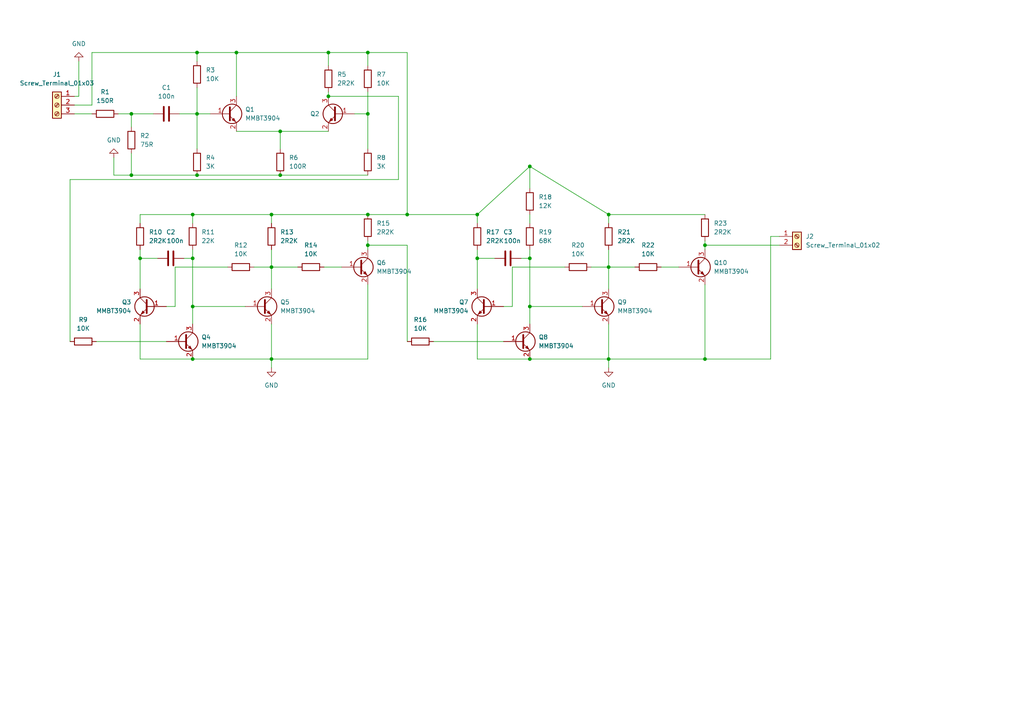
<source format=kicad_sch>
(kicad_sch (version 20211123) (generator eeschema)

  (uuid 3d6cb312-5cdd-4043-bbbf-8c0b46bacd22)

  (paper "A4")

  (lib_symbols
    (symbol "Connector:Screw_Terminal_01x02" (pin_names (offset 1.016) hide) (in_bom yes) (on_board yes)
      (property "Reference" "J" (id 0) (at 0 2.54 0)
        (effects (font (size 1.27 1.27)))
      )
      (property "Value" "Screw_Terminal_01x02" (id 1) (at 0 -5.08 0)
        (effects (font (size 1.27 1.27)))
      )
      (property "Footprint" "" (id 2) (at 0 0 0)
        (effects (font (size 1.27 1.27)) hide)
      )
      (property "Datasheet" "~" (id 3) (at 0 0 0)
        (effects (font (size 1.27 1.27)) hide)
      )
      (property "ki_keywords" "screw terminal" (id 4) (at 0 0 0)
        (effects (font (size 1.27 1.27)) hide)
      )
      (property "ki_description" "Generic screw terminal, single row, 01x02, script generated (kicad-library-utils/schlib/autogen/connector/)" (id 5) (at 0 0 0)
        (effects (font (size 1.27 1.27)) hide)
      )
      (property "ki_fp_filters" "TerminalBlock*:*" (id 6) (at 0 0 0)
        (effects (font (size 1.27 1.27)) hide)
      )
      (symbol "Screw_Terminal_01x02_1_1"
        (rectangle (start -1.27 1.27) (end 1.27 -3.81)
          (stroke (width 0.254) (type default) (color 0 0 0 0))
          (fill (type background))
        )
        (circle (center 0 -2.54) (radius 0.635)
          (stroke (width 0.1524) (type default) (color 0 0 0 0))
          (fill (type none))
        )
        (polyline
          (pts
            (xy -0.5334 -2.2098)
            (xy 0.3302 -3.048)
          )
          (stroke (width 0.1524) (type default) (color 0 0 0 0))
          (fill (type none))
        )
        (polyline
          (pts
            (xy -0.5334 0.3302)
            (xy 0.3302 -0.508)
          )
          (stroke (width 0.1524) (type default) (color 0 0 0 0))
          (fill (type none))
        )
        (polyline
          (pts
            (xy -0.3556 -2.032)
            (xy 0.508 -2.8702)
          )
          (stroke (width 0.1524) (type default) (color 0 0 0 0))
          (fill (type none))
        )
        (polyline
          (pts
            (xy -0.3556 0.508)
            (xy 0.508 -0.3302)
          )
          (stroke (width 0.1524) (type default) (color 0 0 0 0))
          (fill (type none))
        )
        (circle (center 0 0) (radius 0.635)
          (stroke (width 0.1524) (type default) (color 0 0 0 0))
          (fill (type none))
        )
        (pin passive line (at -5.08 0 0) (length 3.81)
          (name "Pin_1" (effects (font (size 1.27 1.27))))
          (number "1" (effects (font (size 1.27 1.27))))
        )
        (pin passive line (at -5.08 -2.54 0) (length 3.81)
          (name "Pin_2" (effects (font (size 1.27 1.27))))
          (number "2" (effects (font (size 1.27 1.27))))
        )
      )
    )
    (symbol "Connector:Screw_Terminal_01x03" (pin_names (offset 1.016) hide) (in_bom yes) (on_board yes)
      (property "Reference" "J" (id 0) (at 0 5.08 0)
        (effects (font (size 1.27 1.27)))
      )
      (property "Value" "Screw_Terminal_01x03" (id 1) (at 0 -5.08 0)
        (effects (font (size 1.27 1.27)))
      )
      (property "Footprint" "" (id 2) (at 0 0 0)
        (effects (font (size 1.27 1.27)) hide)
      )
      (property "Datasheet" "~" (id 3) (at 0 0 0)
        (effects (font (size 1.27 1.27)) hide)
      )
      (property "ki_keywords" "screw terminal" (id 4) (at 0 0 0)
        (effects (font (size 1.27 1.27)) hide)
      )
      (property "ki_description" "Generic screw terminal, single row, 01x03, script generated (kicad-library-utils/schlib/autogen/connector/)" (id 5) (at 0 0 0)
        (effects (font (size 1.27 1.27)) hide)
      )
      (property "ki_fp_filters" "TerminalBlock*:*" (id 6) (at 0 0 0)
        (effects (font (size 1.27 1.27)) hide)
      )
      (symbol "Screw_Terminal_01x03_1_1"
        (rectangle (start -1.27 3.81) (end 1.27 -3.81)
          (stroke (width 0.254) (type default) (color 0 0 0 0))
          (fill (type background))
        )
        (circle (center 0 -2.54) (radius 0.635)
          (stroke (width 0.1524) (type default) (color 0 0 0 0))
          (fill (type none))
        )
        (polyline
          (pts
            (xy -0.5334 -2.2098)
            (xy 0.3302 -3.048)
          )
          (stroke (width 0.1524) (type default) (color 0 0 0 0))
          (fill (type none))
        )
        (polyline
          (pts
            (xy -0.5334 0.3302)
            (xy 0.3302 -0.508)
          )
          (stroke (width 0.1524) (type default) (color 0 0 0 0))
          (fill (type none))
        )
        (polyline
          (pts
            (xy -0.5334 2.8702)
            (xy 0.3302 2.032)
          )
          (stroke (width 0.1524) (type default) (color 0 0 0 0))
          (fill (type none))
        )
        (polyline
          (pts
            (xy -0.3556 -2.032)
            (xy 0.508 -2.8702)
          )
          (stroke (width 0.1524) (type default) (color 0 0 0 0))
          (fill (type none))
        )
        (polyline
          (pts
            (xy -0.3556 0.508)
            (xy 0.508 -0.3302)
          )
          (stroke (width 0.1524) (type default) (color 0 0 0 0))
          (fill (type none))
        )
        (polyline
          (pts
            (xy -0.3556 3.048)
            (xy 0.508 2.2098)
          )
          (stroke (width 0.1524) (type default) (color 0 0 0 0))
          (fill (type none))
        )
        (circle (center 0 0) (radius 0.635)
          (stroke (width 0.1524) (type default) (color 0 0 0 0))
          (fill (type none))
        )
        (circle (center 0 2.54) (radius 0.635)
          (stroke (width 0.1524) (type default) (color 0 0 0 0))
          (fill (type none))
        )
        (pin passive line (at -5.08 2.54 0) (length 3.81)
          (name "Pin_1" (effects (font (size 1.27 1.27))))
          (number "1" (effects (font (size 1.27 1.27))))
        )
        (pin passive line (at -5.08 0 0) (length 3.81)
          (name "Pin_2" (effects (font (size 1.27 1.27))))
          (number "2" (effects (font (size 1.27 1.27))))
        )
        (pin passive line (at -5.08 -2.54 0) (length 3.81)
          (name "Pin_3" (effects (font (size 1.27 1.27))))
          (number "3" (effects (font (size 1.27 1.27))))
        )
      )
    )
    (symbol "Device:C" (pin_numbers hide) (pin_names (offset 0.254)) (in_bom yes) (on_board yes)
      (property "Reference" "C" (id 0) (at 0.635 2.54 0)
        (effects (font (size 1.27 1.27)) (justify left))
      )
      (property "Value" "C" (id 1) (at 0.635 -2.54 0)
        (effects (font (size 1.27 1.27)) (justify left))
      )
      (property "Footprint" "" (id 2) (at 0.9652 -3.81 0)
        (effects (font (size 1.27 1.27)) hide)
      )
      (property "Datasheet" "~" (id 3) (at 0 0 0)
        (effects (font (size 1.27 1.27)) hide)
      )
      (property "ki_keywords" "cap capacitor" (id 4) (at 0 0 0)
        (effects (font (size 1.27 1.27)) hide)
      )
      (property "ki_description" "Unpolarized capacitor" (id 5) (at 0 0 0)
        (effects (font (size 1.27 1.27)) hide)
      )
      (property "ki_fp_filters" "C_*" (id 6) (at 0 0 0)
        (effects (font (size 1.27 1.27)) hide)
      )
      (symbol "C_0_1"
        (polyline
          (pts
            (xy -2.032 -0.762)
            (xy 2.032 -0.762)
          )
          (stroke (width 0.508) (type default) (color 0 0 0 0))
          (fill (type none))
        )
        (polyline
          (pts
            (xy -2.032 0.762)
            (xy 2.032 0.762)
          )
          (stroke (width 0.508) (type default) (color 0 0 0 0))
          (fill (type none))
        )
      )
      (symbol "C_1_1"
        (pin passive line (at 0 3.81 270) (length 2.794)
          (name "~" (effects (font (size 1.27 1.27))))
          (number "1" (effects (font (size 1.27 1.27))))
        )
        (pin passive line (at 0 -3.81 90) (length 2.794)
          (name "~" (effects (font (size 1.27 1.27))))
          (number "2" (effects (font (size 1.27 1.27))))
        )
      )
    )
    (symbol "Device:R" (pin_numbers hide) (pin_names (offset 0)) (in_bom yes) (on_board yes)
      (property "Reference" "R" (id 0) (at 2.032 0 90)
        (effects (font (size 1.27 1.27)))
      )
      (property "Value" "R" (id 1) (at 0 0 90)
        (effects (font (size 1.27 1.27)))
      )
      (property "Footprint" "" (id 2) (at -1.778 0 90)
        (effects (font (size 1.27 1.27)) hide)
      )
      (property "Datasheet" "~" (id 3) (at 0 0 0)
        (effects (font (size 1.27 1.27)) hide)
      )
      (property "ki_keywords" "R res resistor" (id 4) (at 0 0 0)
        (effects (font (size 1.27 1.27)) hide)
      )
      (property "ki_description" "Resistor" (id 5) (at 0 0 0)
        (effects (font (size 1.27 1.27)) hide)
      )
      (property "ki_fp_filters" "R_*" (id 6) (at 0 0 0)
        (effects (font (size 1.27 1.27)) hide)
      )
      (symbol "R_0_1"
        (rectangle (start -1.016 -2.54) (end 1.016 2.54)
          (stroke (width 0.254) (type default) (color 0 0 0 0))
          (fill (type none))
        )
      )
      (symbol "R_1_1"
        (pin passive line (at 0 3.81 270) (length 1.27)
          (name "~" (effects (font (size 1.27 1.27))))
          (number "1" (effects (font (size 1.27 1.27))))
        )
        (pin passive line (at 0 -3.81 90) (length 1.27)
          (name "~" (effects (font (size 1.27 1.27))))
          (number "2" (effects (font (size 1.27 1.27))))
        )
      )
    )
    (symbol "Transistor_BJT:MMBT3904" (pin_names (offset 0) hide) (in_bom yes) (on_board yes)
      (property "Reference" "Q" (id 0) (at 5.08 1.905 0)
        (effects (font (size 1.27 1.27)) (justify left))
      )
      (property "Value" "MMBT3904" (id 1) (at 5.08 0 0)
        (effects (font (size 1.27 1.27)) (justify left))
      )
      (property "Footprint" "Package_TO_SOT_SMD:SOT-23" (id 2) (at 5.08 -1.905 0)
        (effects (font (size 1.27 1.27) italic) (justify left) hide)
      )
      (property "Datasheet" "https://www.onsemi.com/pub/Collateral/2N3903-D.PDF" (id 3) (at 0 0 0)
        (effects (font (size 1.27 1.27)) (justify left) hide)
      )
      (property "ki_keywords" "NPN Transistor" (id 4) (at 0 0 0)
        (effects (font (size 1.27 1.27)) hide)
      )
      (property "ki_description" "0.2A Ic, 40V Vce, Small Signal NPN Transistor, SOT-23" (id 5) (at 0 0 0)
        (effects (font (size 1.27 1.27)) hide)
      )
      (property "ki_fp_filters" "SOT?23*" (id 6) (at 0 0 0)
        (effects (font (size 1.27 1.27)) hide)
      )
      (symbol "MMBT3904_0_1"
        (polyline
          (pts
            (xy 0.635 0.635)
            (xy 2.54 2.54)
          )
          (stroke (width 0) (type default) (color 0 0 0 0))
          (fill (type none))
        )
        (polyline
          (pts
            (xy 0.635 -0.635)
            (xy 2.54 -2.54)
            (xy 2.54 -2.54)
          )
          (stroke (width 0) (type default) (color 0 0 0 0))
          (fill (type none))
        )
        (polyline
          (pts
            (xy 0.635 1.905)
            (xy 0.635 -1.905)
            (xy 0.635 -1.905)
          )
          (stroke (width 0.508) (type default) (color 0 0 0 0))
          (fill (type none))
        )
        (polyline
          (pts
            (xy 1.27 -1.778)
            (xy 1.778 -1.27)
            (xy 2.286 -2.286)
            (xy 1.27 -1.778)
            (xy 1.27 -1.778)
          )
          (stroke (width 0) (type default) (color 0 0 0 0))
          (fill (type outline))
        )
        (circle (center 1.27 0) (radius 2.8194)
          (stroke (width 0.254) (type default) (color 0 0 0 0))
          (fill (type none))
        )
      )
      (symbol "MMBT3904_1_1"
        (pin input line (at -5.08 0 0) (length 5.715)
          (name "B" (effects (font (size 1.27 1.27))))
          (number "1" (effects (font (size 1.27 1.27))))
        )
        (pin passive line (at 2.54 -5.08 90) (length 2.54)
          (name "E" (effects (font (size 1.27 1.27))))
          (number "2" (effects (font (size 1.27 1.27))))
        )
        (pin passive line (at 2.54 5.08 270) (length 2.54)
          (name "C" (effects (font (size 1.27 1.27))))
          (number "3" (effects (font (size 1.27 1.27))))
        )
      )
    )
    (symbol "power:GND" (power) (pin_names (offset 0)) (in_bom yes) (on_board yes)
      (property "Reference" "#PWR" (id 0) (at 0 -6.35 0)
        (effects (font (size 1.27 1.27)) hide)
      )
      (property "Value" "GND" (id 1) (at 0 -3.81 0)
        (effects (font (size 1.27 1.27)))
      )
      (property "Footprint" "" (id 2) (at 0 0 0)
        (effects (font (size 1.27 1.27)) hide)
      )
      (property "Datasheet" "" (id 3) (at 0 0 0)
        (effects (font (size 1.27 1.27)) hide)
      )
      (property "ki_keywords" "global power" (id 4) (at 0 0 0)
        (effects (font (size 1.27 1.27)) hide)
      )
      (property "ki_description" "Power symbol creates a global label with name \"GND\" , ground" (id 5) (at 0 0 0)
        (effects (font (size 1.27 1.27)) hide)
      )
      (symbol "GND_0_1"
        (polyline
          (pts
            (xy 0 0)
            (xy 0 -1.27)
            (xy 1.27 -1.27)
            (xy 0 -2.54)
            (xy -1.27 -1.27)
            (xy 0 -1.27)
          )
          (stroke (width 0) (type default) (color 0 0 0 0))
          (fill (type none))
        )
      )
      (symbol "GND_1_1"
        (pin power_in line (at 0 0 270) (length 0) hide
          (name "GND" (effects (font (size 1.27 1.27))))
          (number "1" (effects (font (size 1.27 1.27))))
        )
      )
    )
  )

  (junction (at 55.88 62.23) (diameter 0) (color 0 0 0 0)
    (uuid 0172e738-f1b5-4875-889d-0865c6cf545b)
  )
  (junction (at 55.88 104.14) (diameter 0) (color 0 0 0 0)
    (uuid 0f853970-1750-4bc8-85e4-53f5e264edb4)
  )
  (junction (at 204.47 71.12) (diameter 0) (color 0 0 0 0)
    (uuid 16c21bfc-776d-4885-a587-975827940d30)
  )
  (junction (at 81.28 38.1) (diameter 0) (color 0 0 0 0)
    (uuid 1af98463-0910-46c9-b485-2cb81ff7ff55)
  )
  (junction (at 153.67 48.26) (diameter 0) (color 0 0 0 0)
    (uuid 1d548cb2-7fa3-4498-a34d-1e73dd494f68)
  )
  (junction (at 57.15 15.24) (diameter 0) (color 0 0 0 0)
    (uuid 23d96086-130f-4537-a5d0-0bfb47085fd4)
  )
  (junction (at 176.53 77.47) (diameter 0) (color 0 0 0 0)
    (uuid 301f6647-0e21-4de9-b333-75c6667d16c6)
  )
  (junction (at 95.25 27.94) (diameter 0) (color 0 0 0 0)
    (uuid 3784e610-0595-4759-8012-29b2ab7051e7)
  )
  (junction (at 78.74 62.23) (diameter 0) (color 0 0 0 0)
    (uuid 39c2e75d-49da-4b84-92a7-76927a0405ff)
  )
  (junction (at 55.88 74.93) (diameter 0) (color 0 0 0 0)
    (uuid 3da6d0e3-cbf7-4b72-9f2e-df75681878ab)
  )
  (junction (at 153.67 104.14) (diameter 0) (color 0 0 0 0)
    (uuid 45b11686-c3ee-4718-8854-08e355d6d340)
  )
  (junction (at 153.67 74.93) (diameter 0) (color 0 0 0 0)
    (uuid 4c39f7a4-6805-4716-bc82-e2076bbe76c1)
  )
  (junction (at 106.68 62.23) (diameter 0) (color 0 0 0 0)
    (uuid 5f35f563-d83d-4680-a7f9-eb98bd6c5c09)
  )
  (junction (at 118.11 62.23) (diameter 0) (color 0 0 0 0)
    (uuid 623e75d9-0c64-41c9-94a8-5a914492e51a)
  )
  (junction (at 38.1 33.02) (diameter 0) (color 0 0 0 0)
    (uuid 63cf3c75-7935-4968-bc57-83afd9caa67c)
  )
  (junction (at 81.28 50.8) (diameter 0) (color 0 0 0 0)
    (uuid 6b967f28-3563-4c14-aa49-6dc8d38255d9)
  )
  (junction (at 106.68 15.24) (diameter 0) (color 0 0 0 0)
    (uuid 746bc0fd-7406-41d2-8d77-8111da34f0dc)
  )
  (junction (at 138.43 62.23) (diameter 0) (color 0 0 0 0)
    (uuid 7f8f3490-5ddf-41ca-8b41-fa9efc07ab4b)
  )
  (junction (at 106.68 33.02) (diameter 0) (color 0 0 0 0)
    (uuid 8f1dbf2e-b6c1-4973-91b2-5e68a1dd200d)
  )
  (junction (at 57.15 33.02) (diameter 0) (color 0 0 0 0)
    (uuid b11374e3-4aad-499b-9789-f3454d766a30)
  )
  (junction (at 204.47 104.14) (diameter 0) (color 0 0 0 0)
    (uuid b46d9a5f-0ff2-4a5a-807e-050a96d87ade)
  )
  (junction (at 176.53 62.23) (diameter 0) (color 0 0 0 0)
    (uuid bb10bccb-ba3d-4515-b9e6-108664726d7f)
  )
  (junction (at 55.88 88.9) (diameter 0) (color 0 0 0 0)
    (uuid bed192fb-613c-4cb0-8efd-7e78972c3bec)
  )
  (junction (at 176.53 104.14) (diameter 0) (color 0 0 0 0)
    (uuid c35fa05e-0fb9-493c-8923-4349470f2400)
  )
  (junction (at 78.74 77.47) (diameter 0) (color 0 0 0 0)
    (uuid ced2917d-03c5-4e9b-9bff-ea14e70c3faf)
  )
  (junction (at 57.15 50.8) (diameter 0) (color 0 0 0 0)
    (uuid d0166c8a-69bc-4b75-9657-347429c3bef0)
  )
  (junction (at 153.67 88.9) (diameter 0) (color 0 0 0 0)
    (uuid d1259307-3893-4869-af12-9ff60f59bce4)
  )
  (junction (at 95.25 15.24) (diameter 0) (color 0 0 0 0)
    (uuid d5578b3e-8935-4997-b805-6e22c63017df)
  )
  (junction (at 106.68 71.12) (diameter 0) (color 0 0 0 0)
    (uuid dd7e3406-3e2a-44f8-b30a-844c1a98177e)
  )
  (junction (at 138.43 74.93) (diameter 0) (color 0 0 0 0)
    (uuid e76d8707-8ca6-4071-9bdc-da0391339cec)
  )
  (junction (at 78.74 104.14) (diameter 0) (color 0 0 0 0)
    (uuid ecb89086-c271-49f3-8795-d47d6eb41086)
  )
  (junction (at 68.58 15.24) (diameter 0) (color 0 0 0 0)
    (uuid f13e327c-41fa-4ef5-92ce-9c53c21c1675)
  )
  (junction (at 40.64 74.93) (diameter 0) (color 0 0 0 0)
    (uuid f19180bf-2ffe-4482-9115-cc102d59432a)
  )
  (junction (at 38.1 50.8) (diameter 0) (color 0 0 0 0)
    (uuid f30707a3-4278-4607-97b2-38ebce84194d)
  )

  (wire (pts (xy 57.15 33.02) (xy 60.96 33.02))
    (stroke (width 0) (type default) (color 0 0 0 0))
    (uuid 01e79c9d-3c39-418e-a862-6b50f4f84962)
  )
  (wire (pts (xy 204.47 69.85) (xy 204.47 71.12))
    (stroke (width 0) (type default) (color 0 0 0 0))
    (uuid 039627b8-6a6d-4a32-99e6-61c147620aab)
  )
  (wire (pts (xy 57.15 25.4) (xy 57.15 33.02))
    (stroke (width 0) (type default) (color 0 0 0 0))
    (uuid 097a9061-29c6-4638-827b-536a5faa0331)
  )
  (wire (pts (xy 153.67 48.26) (xy 153.67 54.61))
    (stroke (width 0) (type default) (color 0 0 0 0))
    (uuid 11c2c9d8-8dce-49e1-b002-7bcddc9a7d3e)
  )
  (wire (pts (xy 223.52 104.14) (xy 204.47 104.14))
    (stroke (width 0) (type default) (color 0 0 0 0))
    (uuid 12df9259-54a3-43f2-801f-635eebed6547)
  )
  (wire (pts (xy 68.58 38.1) (xy 81.28 38.1))
    (stroke (width 0) (type default) (color 0 0 0 0))
    (uuid 140ef861-0352-4359-bb92-ebf450347999)
  )
  (wire (pts (xy 78.74 83.82) (xy 78.74 77.47))
    (stroke (width 0) (type default) (color 0 0 0 0))
    (uuid 15f97ff9-fe5d-413b-a051-419f36cef66b)
  )
  (wire (pts (xy 55.88 62.23) (xy 55.88 64.77))
    (stroke (width 0) (type default) (color 0 0 0 0))
    (uuid 16cc5c26-3ec9-4fe6-96bb-6a7fbaa5b147)
  )
  (wire (pts (xy 78.74 77.47) (xy 73.66 77.47))
    (stroke (width 0) (type default) (color 0 0 0 0))
    (uuid 174dd96d-f210-4e82-a8ae-efc439187766)
  )
  (wire (pts (xy 55.88 88.9) (xy 55.88 74.93))
    (stroke (width 0) (type default) (color 0 0 0 0))
    (uuid 17a7464f-691f-43d6-9d40-aa253f5e2f49)
  )
  (wire (pts (xy 21.59 27.94) (xy 22.86 27.94))
    (stroke (width 0) (type default) (color 0 0 0 0))
    (uuid 1b9e7036-843a-4697-82a7-6a291155fe50)
  )
  (wire (pts (xy 38.1 36.83) (xy 38.1 33.02))
    (stroke (width 0) (type default) (color 0 0 0 0))
    (uuid 1bcec115-c51d-4981-9c34-aa7fafdf6b6a)
  )
  (wire (pts (xy 138.43 74.93) (xy 138.43 83.82))
    (stroke (width 0) (type default) (color 0 0 0 0))
    (uuid 1de55f48-4eb1-48ad-a33a-58b0c678c81c)
  )
  (wire (pts (xy 34.29 33.02) (xy 38.1 33.02))
    (stroke (width 0) (type default) (color 0 0 0 0))
    (uuid 1deed2eb-5492-4813-ab70-324e84c86232)
  )
  (wire (pts (xy 26.67 15.24) (xy 57.15 15.24))
    (stroke (width 0) (type default) (color 0 0 0 0))
    (uuid 1f61af49-9fe6-4f1a-9656-bec38c366c68)
  )
  (wire (pts (xy 78.74 104.14) (xy 55.88 104.14))
    (stroke (width 0) (type default) (color 0 0 0 0))
    (uuid 1fa3d95e-fb14-4911-93a3-84fec54f2fed)
  )
  (wire (pts (xy 57.15 43.18) (xy 57.15 33.02))
    (stroke (width 0) (type default) (color 0 0 0 0))
    (uuid 223c45a8-1b91-43f4-859b-7114fcf90ab4)
  )
  (wire (pts (xy 223.52 68.58) (xy 223.52 104.14))
    (stroke (width 0) (type default) (color 0 0 0 0))
    (uuid 22b7a998-4349-49ce-b5c1-b3a24091ec78)
  )
  (wire (pts (xy 204.47 104.14) (xy 176.53 104.14))
    (stroke (width 0) (type default) (color 0 0 0 0))
    (uuid 25bab01b-6b0b-46b7-b32e-8c41ddcfed1d)
  )
  (wire (pts (xy 138.43 62.23) (xy 138.43 64.77))
    (stroke (width 0) (type default) (color 0 0 0 0))
    (uuid 25d3bd2a-3691-4901-8a8e-0e32b1ddb4a0)
  )
  (wire (pts (xy 21.59 30.48) (xy 26.67 30.48))
    (stroke (width 0) (type default) (color 0 0 0 0))
    (uuid 2c0ce4f9-c440-4743-a752-37ad75f88e2d)
  )
  (wire (pts (xy 125.73 99.06) (xy 146.05 99.06))
    (stroke (width 0) (type default) (color 0 0 0 0))
    (uuid 2f2deb4a-7a2b-4f7a-a013-85db4b1866c2)
  )
  (wire (pts (xy 95.25 15.24) (xy 106.68 15.24))
    (stroke (width 0) (type default) (color 0 0 0 0))
    (uuid 30bae712-a383-4216-9235-d2865038b4f6)
  )
  (wire (pts (xy 38.1 33.02) (xy 44.45 33.02))
    (stroke (width 0) (type default) (color 0 0 0 0))
    (uuid 32ea1d55-d311-4eeb-af37-973267a0a624)
  )
  (wire (pts (xy 148.59 88.9) (xy 146.05 88.9))
    (stroke (width 0) (type default) (color 0 0 0 0))
    (uuid 362343f1-79e2-4295-a855-33c610c3540b)
  )
  (wire (pts (xy 204.47 82.55) (xy 204.47 104.14))
    (stroke (width 0) (type default) (color 0 0 0 0))
    (uuid 37df9726-000a-4882-8f72-1bc2aee70afc)
  )
  (wire (pts (xy 95.25 15.24) (xy 95.25 19.05))
    (stroke (width 0) (type default) (color 0 0 0 0))
    (uuid 3a5a2d3e-9150-4d2e-8db5-0a0618bc3e31)
  )
  (wire (pts (xy 106.68 33.02) (xy 106.68 43.18))
    (stroke (width 0) (type default) (color 0 0 0 0))
    (uuid 3c5ed082-34b6-45f8-b198-ab16a339e811)
  )
  (wire (pts (xy 138.43 93.98) (xy 138.43 104.14))
    (stroke (width 0) (type default) (color 0 0 0 0))
    (uuid 3f22fc0b-4900-4413-bd5f-d3b25e2042f1)
  )
  (wire (pts (xy 106.68 62.23) (xy 118.11 62.23))
    (stroke (width 0) (type default) (color 0 0 0 0))
    (uuid 3fe51fa0-d80e-4a19-a5b8-a4514ba79d93)
  )
  (wire (pts (xy 153.67 88.9) (xy 153.67 93.98))
    (stroke (width 0) (type default) (color 0 0 0 0))
    (uuid 4619514c-a3e7-4e8f-a060-d07f41cc4384)
  )
  (wire (pts (xy 153.67 88.9) (xy 153.67 74.93))
    (stroke (width 0) (type default) (color 0 0 0 0))
    (uuid 48149a0b-9fdc-479d-bd38-a3a00942807f)
  )
  (wire (pts (xy 148.59 77.47) (xy 148.59 88.9))
    (stroke (width 0) (type default) (color 0 0 0 0))
    (uuid 486e1d80-1434-4a45-8e8c-07293dd6ac96)
  )
  (wire (pts (xy 22.86 17.78) (xy 22.86 27.94))
    (stroke (width 0) (type default) (color 0 0 0 0))
    (uuid 4a2b2eb2-96a7-4fbe-8691-645ec417523c)
  )
  (wire (pts (xy 115.57 27.94) (xy 95.25 27.94))
    (stroke (width 0) (type default) (color 0 0 0 0))
    (uuid 52b61775-e736-4725-bb0a-adf7c9d3338a)
  )
  (wire (pts (xy 33.02 45.72) (xy 33.02 50.8))
    (stroke (width 0) (type default) (color 0 0 0 0))
    (uuid 52ffa8b9-081e-4696-9be4-e693c70fcbb2)
  )
  (wire (pts (xy 20.32 52.07) (xy 115.57 52.07))
    (stroke (width 0) (type default) (color 0 0 0 0))
    (uuid 545d28d4-dea5-4ec5-b077-41091db38456)
  )
  (wire (pts (xy 176.53 93.98) (xy 176.53 104.14))
    (stroke (width 0) (type default) (color 0 0 0 0))
    (uuid 54904447-760b-4526-b803-a9520f6e2a04)
  )
  (wire (pts (xy 55.88 88.9) (xy 55.88 93.98))
    (stroke (width 0) (type default) (color 0 0 0 0))
    (uuid 55843a38-45af-446b-af14-0d87f2e286d3)
  )
  (wire (pts (xy 86.36 77.47) (xy 78.74 77.47))
    (stroke (width 0) (type default) (color 0 0 0 0))
    (uuid 55881985-0944-416e-9e6a-c5e6de7ad270)
  )
  (wire (pts (xy 78.74 62.23) (xy 106.68 62.23))
    (stroke (width 0) (type default) (color 0 0 0 0))
    (uuid 58623976-2184-4df2-ad6c-32ceb6cd0ee4)
  )
  (wire (pts (xy 57.15 15.24) (xy 57.15 17.78))
    (stroke (width 0) (type default) (color 0 0 0 0))
    (uuid 5882fe62-7337-4e65-9c67-ee9ef513acaf)
  )
  (wire (pts (xy 115.57 52.07) (xy 115.57 27.94))
    (stroke (width 0) (type default) (color 0 0 0 0))
    (uuid 5b1445ee-25af-494f-bbaf-5fb7ef9a06de)
  )
  (wire (pts (xy 38.1 44.45) (xy 38.1 50.8))
    (stroke (width 0) (type default) (color 0 0 0 0))
    (uuid 5d6dd944-a60a-4feb-bf6a-1402baf42df2)
  )
  (wire (pts (xy 50.8 77.47) (xy 50.8 88.9))
    (stroke (width 0) (type default) (color 0 0 0 0))
    (uuid 5da9e4b5-9aa7-45c8-a74f-daebdcc0545f)
  )
  (wire (pts (xy 20.32 99.06) (xy 20.32 52.07))
    (stroke (width 0) (type default) (color 0 0 0 0))
    (uuid 62585344-ef23-4621-8100-9a83ace16b66)
  )
  (wire (pts (xy 226.06 68.58) (xy 223.52 68.58))
    (stroke (width 0) (type default) (color 0 0 0 0))
    (uuid 6287e462-dce4-4b21-9887-d99ee72298dd)
  )
  (wire (pts (xy 99.06 77.47) (xy 93.98 77.47))
    (stroke (width 0) (type default) (color 0 0 0 0))
    (uuid 66d254fa-8f3e-41d9-968c-4d3afed7f590)
  )
  (wire (pts (xy 57.15 50.8) (xy 81.28 50.8))
    (stroke (width 0) (type default) (color 0 0 0 0))
    (uuid 71ab313e-a444-4138-a028-bcbcec85b4ee)
  )
  (wire (pts (xy 138.43 104.14) (xy 153.67 104.14))
    (stroke (width 0) (type default) (color 0 0 0 0))
    (uuid 72476ccb-b5ff-4217-b792-68349839b797)
  )
  (wire (pts (xy 106.68 69.85) (xy 106.68 71.12))
    (stroke (width 0) (type default) (color 0 0 0 0))
    (uuid 76dd6970-6b64-4df8-8778-5f37da3a7bfd)
  )
  (wire (pts (xy 138.43 74.93) (xy 143.51 74.93))
    (stroke (width 0) (type default) (color 0 0 0 0))
    (uuid 79045522-5412-401b-b40a-1ae42da0e4b8)
  )
  (wire (pts (xy 57.15 15.24) (xy 68.58 15.24))
    (stroke (width 0) (type default) (color 0 0 0 0))
    (uuid 791f36ca-008b-4da8-b4e4-c4ce39b10434)
  )
  (wire (pts (xy 151.13 74.93) (xy 153.67 74.93))
    (stroke (width 0) (type default) (color 0 0 0 0))
    (uuid 79cb3ba6-dab1-4da0-8aaf-ad5eb9a21f92)
  )
  (wire (pts (xy 81.28 38.1) (xy 95.25 38.1))
    (stroke (width 0) (type default) (color 0 0 0 0))
    (uuid 7b0b1f45-b8c0-4c72-85ae-1a48d0c27823)
  )
  (wire (pts (xy 176.53 62.23) (xy 153.67 48.26))
    (stroke (width 0) (type default) (color 0 0 0 0))
    (uuid 7ea30f7b-f8a1-4912-9e89-6295baabe458)
  )
  (wire (pts (xy 153.67 62.23) (xy 153.67 64.77))
    (stroke (width 0) (type default) (color 0 0 0 0))
    (uuid 7ef4753e-8449-48b5-9ea0-227af0fa2cba)
  )
  (wire (pts (xy 106.68 104.14) (xy 78.74 104.14))
    (stroke (width 0) (type default) (color 0 0 0 0))
    (uuid 7fa711b0-42a9-4c23-a089-fd286ffefb68)
  )
  (wire (pts (xy 40.64 104.14) (xy 55.88 104.14))
    (stroke (width 0) (type default) (color 0 0 0 0))
    (uuid 823a5451-b072-4702-8f0b-4c64369bd0dd)
  )
  (wire (pts (xy 40.64 74.93) (xy 45.72 74.93))
    (stroke (width 0) (type default) (color 0 0 0 0))
    (uuid 83afe778-f7f7-4e2e-b49b-f0f8507e6767)
  )
  (wire (pts (xy 138.43 72.39) (xy 138.43 74.93))
    (stroke (width 0) (type default) (color 0 0 0 0))
    (uuid 8ba2070d-ede7-45fc-916d-8a0c19e1f7f8)
  )
  (wire (pts (xy 26.67 15.24) (xy 26.67 30.48))
    (stroke (width 0) (type default) (color 0 0 0 0))
    (uuid 8c4bdd92-d8fd-44d6-82e4-c34278c81e86)
  )
  (wire (pts (xy 21.59 33.02) (xy 26.67 33.02))
    (stroke (width 0) (type default) (color 0 0 0 0))
    (uuid 8cc255e7-d65d-4387-8df0-0132c7c3b2e1)
  )
  (wire (pts (xy 176.53 72.39) (xy 176.53 77.47))
    (stroke (width 0) (type default) (color 0 0 0 0))
    (uuid 8d5e1d77-b707-4c1d-96df-19418bf96799)
  )
  (wire (pts (xy 40.64 74.93) (xy 40.64 83.82))
    (stroke (width 0) (type default) (color 0 0 0 0))
    (uuid 90ce94f1-0750-43ae-a802-0663c30daabd)
  )
  (wire (pts (xy 55.88 74.93) (xy 55.88 72.39))
    (stroke (width 0) (type default) (color 0 0 0 0))
    (uuid 996d439d-5845-4b00-84f9-960548fcb28b)
  )
  (wire (pts (xy 118.11 71.12) (xy 106.68 71.12))
    (stroke (width 0) (type default) (color 0 0 0 0))
    (uuid 9ad46d0d-6b63-4525-b836-a523b212f9d0)
  )
  (wire (pts (xy 118.11 62.23) (xy 138.43 62.23))
    (stroke (width 0) (type default) (color 0 0 0 0))
    (uuid 9b03c690-7d04-4647-8220-f16ca5758f5d)
  )
  (wire (pts (xy 40.64 64.77) (xy 40.64 62.23))
    (stroke (width 0) (type default) (color 0 0 0 0))
    (uuid 9c3b17b5-e991-425a-8138-ac513b49a669)
  )
  (wire (pts (xy 176.53 62.23) (xy 204.47 62.23))
    (stroke (width 0) (type default) (color 0 0 0 0))
    (uuid 9e24f19c-a94a-4082-a899-c2c6db2703b4)
  )
  (wire (pts (xy 50.8 88.9) (xy 48.26 88.9))
    (stroke (width 0) (type default) (color 0 0 0 0))
    (uuid 9f9b6467-a596-4f70-bc80-8c5356e184bb)
  )
  (wire (pts (xy 102.87 33.02) (xy 106.68 33.02))
    (stroke (width 0) (type default) (color 0 0 0 0))
    (uuid a0498784-8ea8-479f-a43e-f6027e709255)
  )
  (wire (pts (xy 168.91 88.9) (xy 153.67 88.9))
    (stroke (width 0) (type default) (color 0 0 0 0))
    (uuid a4324613-640a-4faf-b5a5-ad8ae5b5079f)
  )
  (wire (pts (xy 52.07 33.02) (xy 57.15 33.02))
    (stroke (width 0) (type default) (color 0 0 0 0))
    (uuid a74ef5b4-85c1-4757-924d-e1e55b9cb89d)
  )
  (wire (pts (xy 40.64 93.98) (xy 40.64 104.14))
    (stroke (width 0) (type default) (color 0 0 0 0))
    (uuid af120f98-0a6a-4509-a1e9-a8a0f01b32be)
  )
  (wire (pts (xy 106.68 26.67) (xy 106.68 33.02))
    (stroke (width 0) (type default) (color 0 0 0 0))
    (uuid afbbe944-380e-4ab9-8d9d-887425679fcf)
  )
  (wire (pts (xy 176.53 106.68) (xy 176.53 104.14))
    (stroke (width 0) (type default) (color 0 0 0 0))
    (uuid b010843d-4cbe-4a86-b624-01130d70574e)
  )
  (wire (pts (xy 106.68 15.24) (xy 106.68 19.05))
    (stroke (width 0) (type default) (color 0 0 0 0))
    (uuid b05962ac-1c9a-4ede-adbb-32334ce29b15)
  )
  (wire (pts (xy 106.68 71.12) (xy 106.68 72.39))
    (stroke (width 0) (type default) (color 0 0 0 0))
    (uuid b9f72a2e-0b1e-40c6-baec-2eefc2c7ca34)
  )
  (wire (pts (xy 40.64 62.23) (xy 55.88 62.23))
    (stroke (width 0) (type default) (color 0 0 0 0))
    (uuid ba94bbb2-f656-441e-91c2-7291c25c55d1)
  )
  (wire (pts (xy 78.74 62.23) (xy 55.88 62.23))
    (stroke (width 0) (type default) (color 0 0 0 0))
    (uuid bb9c5c06-52cf-48b6-a2be-aa0951929ebb)
  )
  (wire (pts (xy 176.53 83.82) (xy 176.53 77.47))
    (stroke (width 0) (type default) (color 0 0 0 0))
    (uuid bc947f96-12fb-4d04-8457-651664554a95)
  )
  (wire (pts (xy 118.11 15.24) (xy 118.11 62.23))
    (stroke (width 0) (type default) (color 0 0 0 0))
    (uuid c2903d7b-4971-4083-ae03-6be97c437b37)
  )
  (wire (pts (xy 78.74 72.39) (xy 78.74 77.47))
    (stroke (width 0) (type default) (color 0 0 0 0))
    (uuid c39a3972-3694-4621-8c42-d44a3f38a17b)
  )
  (wire (pts (xy 71.12 88.9) (xy 55.88 88.9))
    (stroke (width 0) (type default) (color 0 0 0 0))
    (uuid c3a2140b-03ab-42fb-bb9e-be63db1b8590)
  )
  (wire (pts (xy 33.02 50.8) (xy 38.1 50.8))
    (stroke (width 0) (type default) (color 0 0 0 0))
    (uuid c562642e-1a23-4d28-955c-4172c3b6f856)
  )
  (wire (pts (xy 40.64 72.39) (xy 40.64 74.93))
    (stroke (width 0) (type default) (color 0 0 0 0))
    (uuid c77c40e3-4aa7-4193-a754-aeb3d7eb243a)
  )
  (wire (pts (xy 204.47 71.12) (xy 204.47 72.39))
    (stroke (width 0) (type default) (color 0 0 0 0))
    (uuid c878fb46-d27a-40f6-aea1-e55aa6bc39ac)
  )
  (wire (pts (xy 81.28 43.18) (xy 81.28 38.1))
    (stroke (width 0) (type default) (color 0 0 0 0))
    (uuid c946b128-80bb-4fdb-a4ed-eff3cdffd096)
  )
  (wire (pts (xy 66.04 77.47) (xy 50.8 77.47))
    (stroke (width 0) (type default) (color 0 0 0 0))
    (uuid cb3b98c8-d0e3-4822-a72d-c52ce30426e6)
  )
  (wire (pts (xy 118.11 99.06) (xy 118.11 71.12))
    (stroke (width 0) (type default) (color 0 0 0 0))
    (uuid cf6e70c3-b1aa-40bc-8659-ca5df79f10be)
  )
  (wire (pts (xy 27.94 99.06) (xy 48.26 99.06))
    (stroke (width 0) (type default) (color 0 0 0 0))
    (uuid d248af7b-0ecb-4e1d-be4d-e037244ad469)
  )
  (wire (pts (xy 68.58 15.24) (xy 95.25 15.24))
    (stroke (width 0) (type default) (color 0 0 0 0))
    (uuid d5a7d823-370f-42ba-be74-c99dc6139869)
  )
  (wire (pts (xy 176.53 64.77) (xy 176.53 62.23))
    (stroke (width 0) (type default) (color 0 0 0 0))
    (uuid d64927d0-9b94-428a-b49f-30dedf805007)
  )
  (wire (pts (xy 106.68 15.24) (xy 118.11 15.24))
    (stroke (width 0) (type default) (color 0 0 0 0))
    (uuid d69a5ff4-1f62-4c95-80b5-6a0e99f9ccfc)
  )
  (wire (pts (xy 163.83 77.47) (xy 148.59 77.47))
    (stroke (width 0) (type default) (color 0 0 0 0))
    (uuid d7d78f59-1728-4a4b-a232-8f5bf53e85fa)
  )
  (wire (pts (xy 184.15 77.47) (xy 176.53 77.47))
    (stroke (width 0) (type default) (color 0 0 0 0))
    (uuid da3b19db-c719-45d8-b816-e4a28c24685e)
  )
  (wire (pts (xy 138.43 62.23) (xy 153.67 48.26))
    (stroke (width 0) (type default) (color 0 0 0 0))
    (uuid dafbf5ca-8113-4992-9030-9a3f8b605628)
  )
  (wire (pts (xy 95.25 27.94) (xy 95.25 26.67))
    (stroke (width 0) (type default) (color 0 0 0 0))
    (uuid db128a26-7dda-4226-a305-6e192725ffc9)
  )
  (wire (pts (xy 38.1 50.8) (xy 57.15 50.8))
    (stroke (width 0) (type default) (color 0 0 0 0))
    (uuid df8fddc5-1e5c-40e4-b705-4577c12f1918)
  )
  (wire (pts (xy 204.47 71.12) (xy 226.06 71.12))
    (stroke (width 0) (type default) (color 0 0 0 0))
    (uuid e44701df-fafa-49cf-b854-e2fe721572a6)
  )
  (wire (pts (xy 176.53 104.14) (xy 153.67 104.14))
    (stroke (width 0) (type default) (color 0 0 0 0))
    (uuid e7963696-640d-4944-ab44-ff56fce92649)
  )
  (wire (pts (xy 78.74 64.77) (xy 78.74 62.23))
    (stroke (width 0) (type default) (color 0 0 0 0))
    (uuid e866f8d6-33a9-4e8f-898e-39fc6b9acd6a)
  )
  (wire (pts (xy 53.34 74.93) (xy 55.88 74.93))
    (stroke (width 0) (type default) (color 0 0 0 0))
    (uuid ed98013d-970b-4fb1-908a-8842e49acbcf)
  )
  (wire (pts (xy 78.74 93.98) (xy 78.74 104.14))
    (stroke (width 0) (type default) (color 0 0 0 0))
    (uuid efa51c79-dec0-483e-82ab-a64942811b5a)
  )
  (wire (pts (xy 78.74 106.68) (xy 78.74 104.14))
    (stroke (width 0) (type default) (color 0 0 0 0))
    (uuid f0a74297-436c-48fa-8d5f-c7989f9d6509)
  )
  (wire (pts (xy 81.28 50.8) (xy 106.68 50.8))
    (stroke (width 0) (type default) (color 0 0 0 0))
    (uuid f0e9203f-54f9-451c-ac1d-f9ea265c4641)
  )
  (wire (pts (xy 68.58 15.24) (xy 68.58 27.94))
    (stroke (width 0) (type default) (color 0 0 0 0))
    (uuid f1e97e6e-431d-4eed-ad17-a01ded59f96e)
  )
  (wire (pts (xy 176.53 77.47) (xy 171.45 77.47))
    (stroke (width 0) (type default) (color 0 0 0 0))
    (uuid f26330d4-7ecc-45b2-8da2-fa56e2abf135)
  )
  (wire (pts (xy 196.85 77.47) (xy 191.77 77.47))
    (stroke (width 0) (type default) (color 0 0 0 0))
    (uuid f2d4c76e-7210-4d94-9b11-7ed1cc77b8fa)
  )
  (wire (pts (xy 106.68 82.55) (xy 106.68 104.14))
    (stroke (width 0) (type default) (color 0 0 0 0))
    (uuid f370cbec-58a7-4276-b9cc-62e94c332edf)
  )
  (wire (pts (xy 153.67 74.93) (xy 153.67 72.39))
    (stroke (width 0) (type default) (color 0 0 0 0))
    (uuid f520e5d1-8466-48ab-9b85-bf57adf54d24)
  )

  (symbol (lib_id "Device:R") (at 204.47 66.04 0) (unit 1)
    (in_bom yes) (on_board yes) (fields_autoplaced)
    (uuid 0b057936-eeea-4b84-852c-d6a1a29fafd2)
    (property "Reference" "R23" (id 0) (at 207.01 64.7699 0)
      (effects (font (size 1.27 1.27)) (justify left))
    )
    (property "Value" "2R2K" (id 1) (at 207.01 67.3099 0)
      (effects (font (size 1.27 1.27)) (justify left))
    )
    (property "Footprint" "Resistor_SMD:R_1206_3216Metric" (id 2) (at 202.692 66.04 90)
      (effects (font (size 1.27 1.27)) hide)
    )
    (property "Datasheet" "~" (id 3) (at 204.47 66.04 0)
      (effects (font (size 1.27 1.27)) hide)
    )
    (pin "1" (uuid bcb1475d-acfa-4f2f-9021-36f063be7afe))
    (pin "2" (uuid 86a20978-8629-4890-b31a-1eb8b4720b23))
  )

  (symbol (lib_id "Device:R") (at 78.74 68.58 0) (unit 1)
    (in_bom yes) (on_board yes) (fields_autoplaced)
    (uuid 0ce99363-57a4-4404-a8c7-fb218e67ef3d)
    (property "Reference" "R13" (id 0) (at 81.28 67.3099 0)
      (effects (font (size 1.27 1.27)) (justify left))
    )
    (property "Value" "2R2K" (id 1) (at 81.28 69.8499 0)
      (effects (font (size 1.27 1.27)) (justify left))
    )
    (property "Footprint" "Resistor_SMD:R_1206_3216Metric" (id 2) (at 76.962 68.58 90)
      (effects (font (size 1.27 1.27)) hide)
    )
    (property "Datasheet" "~" (id 3) (at 78.74 68.58 0)
      (effects (font (size 1.27 1.27)) hide)
    )
    (pin "1" (uuid ea068d89-c9dc-4b9a-b941-15b37f222b61))
    (pin "2" (uuid 00bc9137-f05c-4253-bc9c-0a045cda305a))
  )

  (symbol (lib_id "Connector:Screw_Terminal_01x02") (at 231.14 68.58 0) (unit 1)
    (in_bom yes) (on_board yes) (fields_autoplaced)
    (uuid 1be43e9a-3d13-41b8-ab34-c053ff4311ac)
    (property "Reference" "J2" (id 0) (at 233.68 68.5799 0)
      (effects (font (size 1.27 1.27)) (justify left))
    )
    (property "Value" "Screw_Terminal_01x02" (id 1) (at 233.68 71.1199 0)
      (effects (font (size 1.27 1.27)) (justify left))
    )
    (property "Footprint" "Connector_PinHeader_2.54mm:PinHeader_1x02_P2.54mm_Vertical" (id 2) (at 231.14 68.58 0)
      (effects (font (size 1.27 1.27)) hide)
    )
    (property "Datasheet" "~" (id 3) (at 231.14 68.58 0)
      (effects (font (size 1.27 1.27)) hide)
    )
    (pin "1" (uuid 1b7d4e76-241a-477f-887b-312e2c765578))
    (pin "2" (uuid e0956e3d-cd7f-47ad-a090-90839e6e5120))
  )

  (symbol (lib_id "Device:R") (at 38.1 40.64 0) (unit 1)
    (in_bom yes) (on_board yes) (fields_autoplaced)
    (uuid 284b0675-f713-4426-8227-c007f1fbe37e)
    (property "Reference" "R2" (id 0) (at 40.64 39.3699 0)
      (effects (font (size 1.27 1.27)) (justify left))
    )
    (property "Value" "75R" (id 1) (at 40.64 41.9099 0)
      (effects (font (size 1.27 1.27)) (justify left))
    )
    (property "Footprint" "Resistor_SMD:R_1206_3216Metric" (id 2) (at 36.322 40.64 90)
      (effects (font (size 1.27 1.27)) hide)
    )
    (property "Datasheet" "~" (id 3) (at 38.1 40.64 0)
      (effects (font (size 1.27 1.27)) hide)
    )
    (pin "1" (uuid 38084117-24c4-46c9-9c70-52b488b0609b))
    (pin "2" (uuid a93bb5dc-7b61-4471-8675-5dd6099e470d))
  )

  (symbol (lib_id "Device:R") (at 30.48 33.02 90) (unit 1)
    (in_bom yes) (on_board yes) (fields_autoplaced)
    (uuid 2c79fa4c-b2f3-46bb-b251-3a86fa675ce5)
    (property "Reference" "R1" (id 0) (at 30.48 26.67 90))
    (property "Value" "150R" (id 1) (at 30.48 29.21 90))
    (property "Footprint" "Resistor_SMD:R_1206_3216Metric" (id 2) (at 30.48 34.798 90)
      (effects (font (size 1.27 1.27)) hide)
    )
    (property "Datasheet" "~" (id 3) (at 30.48 33.02 0)
      (effects (font (size 1.27 1.27)) hide)
    )
    (pin "1" (uuid 50e3958f-a872-47c6-80d1-0e84d59c1349))
    (pin "2" (uuid 3b9c65ef-c2bf-42b6-aff8-e571fbafb2bc))
  )

  (symbol (lib_id "Device:R") (at 167.64 77.47 90) (unit 1)
    (in_bom yes) (on_board yes) (fields_autoplaced)
    (uuid 39915d6e-b760-4b16-b717-f2e82f888de5)
    (property "Reference" "R20" (id 0) (at 167.64 71.12 90))
    (property "Value" "10K" (id 1) (at 167.64 73.66 90))
    (property "Footprint" "Resistor_SMD:R_1206_3216Metric" (id 2) (at 167.64 79.248 90)
      (effects (font (size 1.27 1.27)) hide)
    )
    (property "Datasheet" "~" (id 3) (at 167.64 77.47 0)
      (effects (font (size 1.27 1.27)) hide)
    )
    (pin "1" (uuid b1e8a196-6385-4256-855a-c3594e31c4b5))
    (pin "2" (uuid d3e4df16-68d1-45ab-abd0-1fb4dfc77611))
  )

  (symbol (lib_id "Device:R") (at 57.15 21.59 0) (unit 1)
    (in_bom yes) (on_board yes) (fields_autoplaced)
    (uuid 3ac8bd18-ee8e-4b42-a0cb-29bc705643d1)
    (property "Reference" "R3" (id 0) (at 59.69 20.3199 0)
      (effects (font (size 1.27 1.27)) (justify left))
    )
    (property "Value" "10K" (id 1) (at 59.69 22.8599 0)
      (effects (font (size 1.27 1.27)) (justify left))
    )
    (property "Footprint" "Resistor_SMD:R_1206_3216Metric" (id 2) (at 55.372 21.59 90)
      (effects (font (size 1.27 1.27)) hide)
    )
    (property "Datasheet" "~" (id 3) (at 57.15 21.59 0)
      (effects (font (size 1.27 1.27)) hide)
    )
    (pin "1" (uuid 0d688ade-1218-4332-8d1f-1912605f5546))
    (pin "2" (uuid 140829e9-5041-4b71-9b35-f08a5b867e80))
  )

  (symbol (lib_id "Device:R") (at 153.67 58.42 0) (unit 1)
    (in_bom yes) (on_board yes) (fields_autoplaced)
    (uuid 3af1f0e8-d5bc-4e82-be37-95e570880d0c)
    (property "Reference" "R18" (id 0) (at 156.21 57.1499 0)
      (effects (font (size 1.27 1.27)) (justify left))
    )
    (property "Value" "12K" (id 1) (at 156.21 59.6899 0)
      (effects (font (size 1.27 1.27)) (justify left))
    )
    (property "Footprint" "Resistor_SMD:R_1206_3216Metric" (id 2) (at 151.892 58.42 90)
      (effects (font (size 1.27 1.27)) hide)
    )
    (property "Datasheet" "~" (id 3) (at 153.67 58.42 0)
      (effects (font (size 1.27 1.27)) hide)
    )
    (pin "1" (uuid f4c4ddaf-f1c1-4ee5-806e-8f2a2fcc57dd))
    (pin "2" (uuid 7274021a-2850-44b3-bd99-daa170af079e))
  )

  (symbol (lib_id "Device:R") (at 176.53 68.58 0) (unit 1)
    (in_bom yes) (on_board yes) (fields_autoplaced)
    (uuid 431ba82d-3287-4189-a1ec-a99060d76657)
    (property "Reference" "R21" (id 0) (at 179.07 67.3099 0)
      (effects (font (size 1.27 1.27)) (justify left))
    )
    (property "Value" "2R2K" (id 1) (at 179.07 69.8499 0)
      (effects (font (size 1.27 1.27)) (justify left))
    )
    (property "Footprint" "Resistor_SMD:R_1206_3216Metric" (id 2) (at 174.752 68.58 90)
      (effects (font (size 1.27 1.27)) hide)
    )
    (property "Datasheet" "~" (id 3) (at 176.53 68.58 0)
      (effects (font (size 1.27 1.27)) hide)
    )
    (pin "1" (uuid 7738c45f-3ee3-4d55-b02c-cf96976c07e1))
    (pin "2" (uuid 2b1c2f3f-f8c2-4330-930a-c91ba17513e6))
  )

  (symbol (lib_id "Device:R") (at 57.15 46.99 0) (unit 1)
    (in_bom yes) (on_board yes) (fields_autoplaced)
    (uuid 43fbe38c-e663-4153-93d4-261c327c8c8c)
    (property "Reference" "R4" (id 0) (at 59.69 45.7199 0)
      (effects (font (size 1.27 1.27)) (justify left))
    )
    (property "Value" "3K" (id 1) (at 59.69 48.2599 0)
      (effects (font (size 1.27 1.27)) (justify left))
    )
    (property "Footprint" "Resistor_SMD:R_1206_3216Metric" (id 2) (at 55.372 46.99 90)
      (effects (font (size 1.27 1.27)) hide)
    )
    (property "Datasheet" "~" (id 3) (at 57.15 46.99 0)
      (effects (font (size 1.27 1.27)) hide)
    )
    (pin "1" (uuid ce88f941-3c2e-4fae-a326-24b32da068dd))
    (pin "2" (uuid 45a9e6b3-1273-402a-8e35-381f0988a116))
  )

  (symbol (lib_id "Device:R") (at 95.25 22.86 0) (unit 1)
    (in_bom yes) (on_board yes) (fields_autoplaced)
    (uuid 5a88c084-c475-4dc0-b0af-195d9b866b46)
    (property "Reference" "R5" (id 0) (at 97.79 21.5899 0)
      (effects (font (size 1.27 1.27)) (justify left))
    )
    (property "Value" "2R2K" (id 1) (at 97.79 24.1299 0)
      (effects (font (size 1.27 1.27)) (justify left))
    )
    (property "Footprint" "Resistor_SMD:R_1206_3216Metric" (id 2) (at 93.472 22.86 90)
      (effects (font (size 1.27 1.27)) hide)
    )
    (property "Datasheet" "~" (id 3) (at 95.25 22.86 0)
      (effects (font (size 1.27 1.27)) hide)
    )
    (pin "1" (uuid bca1fb4b-85b5-4c0a-8381-592cfe42b004))
    (pin "2" (uuid 9a7e49e9-e0bc-4b6a-a0da-c8580532449b))
  )

  (symbol (lib_id "Transistor_BJT:MMBT3904") (at 76.2 88.9 0) (unit 1)
    (in_bom yes) (on_board yes) (fields_autoplaced)
    (uuid 5c342267-0f57-4bee-89ee-b344e4971482)
    (property "Reference" "Q5" (id 0) (at 81.28 87.6299 0)
      (effects (font (size 1.27 1.27)) (justify left))
    )
    (property "Value" "MMBT3904" (id 1) (at 81.28 90.1699 0)
      (effects (font (size 1.27 1.27)) (justify left))
    )
    (property "Footprint" "Package_TO_SOT_SMD:SOT-23" (id 2) (at 81.28 90.805 0)
      (effects (font (size 1.27 1.27) italic) (justify left) hide)
    )
    (property "Datasheet" "https://www.onsemi.com/pub/Collateral/2N3903-D.PDF" (id 3) (at 76.2 88.9 0)
      (effects (font (size 1.27 1.27)) (justify left) hide)
    )
    (pin "1" (uuid 2c4f6c36-7575-45fb-945a-ad7446edc77c))
    (pin "2" (uuid 3067d5b6-389b-4065-8a7a-27f7a5df02f4))
    (pin "3" (uuid ba70faf8-9c4b-4d35-b88a-9d130781dda2))
  )

  (symbol (lib_id "Device:R") (at 106.68 66.04 0) (unit 1)
    (in_bom yes) (on_board yes) (fields_autoplaced)
    (uuid 6139cce5-f6f1-4ddc-904d-267c5c52aecc)
    (property "Reference" "R15" (id 0) (at 109.22 64.7699 0)
      (effects (font (size 1.27 1.27)) (justify left))
    )
    (property "Value" "2R2K" (id 1) (at 109.22 67.3099 0)
      (effects (font (size 1.27 1.27)) (justify left))
    )
    (property "Footprint" "Resistor_SMD:R_1206_3216Metric" (id 2) (at 104.902 66.04 90)
      (effects (font (size 1.27 1.27)) hide)
    )
    (property "Datasheet" "~" (id 3) (at 106.68 66.04 0)
      (effects (font (size 1.27 1.27)) hide)
    )
    (pin "1" (uuid 4ec40b53-dc1d-4a52-b558-3304d1881191))
    (pin "2" (uuid 54f52f3b-0708-42fd-877f-49fdbf352ea3))
  )

  (symbol (lib_id "power:GND") (at 22.86 17.78 0) (mirror x) (unit 1)
    (in_bom yes) (on_board yes) (fields_autoplaced)
    (uuid 61ad27f2-5702-4b9a-8248-6b61c9442fcd)
    (property "Reference" "#PWR?" (id 0) (at 22.86 11.43 0)
      (effects (font (size 1.27 1.27)) hide)
    )
    (property "Value" "GND" (id 1) (at 22.86 12.7 0))
    (property "Footprint" "" (id 2) (at 22.86 17.78 0)
      (effects (font (size 1.27 1.27)) hide)
    )
    (property "Datasheet" "" (id 3) (at 22.86 17.78 0)
      (effects (font (size 1.27 1.27)) hide)
    )
    (pin "1" (uuid 391858f1-1b7c-40c9-a2a2-78c9aae5ee42))
  )

  (symbol (lib_id "power:GND") (at 33.02 45.72 0) (mirror x) (unit 1)
    (in_bom yes) (on_board yes) (fields_autoplaced)
    (uuid 62a0d7fc-2110-4296-ae2b-f3bc57b7449f)
    (property "Reference" "#PWR?" (id 0) (at 33.02 39.37 0)
      (effects (font (size 1.27 1.27)) hide)
    )
    (property "Value" "GND" (id 1) (at 33.02 40.64 0))
    (property "Footprint" "" (id 2) (at 33.02 45.72 0)
      (effects (font (size 1.27 1.27)) hide)
    )
    (property "Datasheet" "" (id 3) (at 33.02 45.72 0)
      (effects (font (size 1.27 1.27)) hide)
    )
    (pin "1" (uuid 2f45cbab-a292-42a5-96df-4dd7930d769b))
  )

  (symbol (lib_id "Device:R") (at 24.13 99.06 90) (unit 1)
    (in_bom yes) (on_board yes) (fields_autoplaced)
    (uuid 634cf109-8887-4fca-95c8-395322a4d9bc)
    (property "Reference" "R9" (id 0) (at 24.13 92.71 90))
    (property "Value" "10K" (id 1) (at 24.13 95.25 90))
    (property "Footprint" "Resistor_SMD:R_1206_3216Metric" (id 2) (at 24.13 100.838 90)
      (effects (font (size 1.27 1.27)) hide)
    )
    (property "Datasheet" "~" (id 3) (at 24.13 99.06 0)
      (effects (font (size 1.27 1.27)) hide)
    )
    (pin "1" (uuid 1e8814c0-229d-4880-9600-1f2d46cf0c3e))
    (pin "2" (uuid 779f34c3-26f2-413e-b4e9-fdcde52f9f56))
  )

  (symbol (lib_id "Device:R") (at 90.17 77.47 90) (unit 1)
    (in_bom yes) (on_board yes) (fields_autoplaced)
    (uuid 65b420a5-04ad-4920-bb17-92bfb2eee4e2)
    (property "Reference" "R14" (id 0) (at 90.17 71.12 90))
    (property "Value" "10K" (id 1) (at 90.17 73.66 90))
    (property "Footprint" "Resistor_SMD:R_1206_3216Metric" (id 2) (at 90.17 79.248 90)
      (effects (font (size 1.27 1.27)) hide)
    )
    (property "Datasheet" "~" (id 3) (at 90.17 77.47 0)
      (effects (font (size 1.27 1.27)) hide)
    )
    (pin "1" (uuid 2966d6f9-9386-496b-ba3e-27e4e9da7dfd))
    (pin "2" (uuid 6c69f3d0-ffeb-4f20-8af6-ec9b758f6c36))
  )

  (symbol (lib_id "Transistor_BJT:MMBT3904") (at 104.14 77.47 0) (unit 1)
    (in_bom yes) (on_board yes) (fields_autoplaced)
    (uuid 6e4eedea-994c-4c9d-9c1f-62c82fba0220)
    (property "Reference" "Q6" (id 0) (at 109.22 76.1999 0)
      (effects (font (size 1.27 1.27)) (justify left))
    )
    (property "Value" "MMBT3904" (id 1) (at 109.22 78.7399 0)
      (effects (font (size 1.27 1.27)) (justify left))
    )
    (property "Footprint" "Package_TO_SOT_SMD:SOT-23" (id 2) (at 109.22 79.375 0)
      (effects (font (size 1.27 1.27) italic) (justify left) hide)
    )
    (property "Datasheet" "https://www.onsemi.com/pub/Collateral/2N3903-D.PDF" (id 3) (at 104.14 77.47 0)
      (effects (font (size 1.27 1.27)) (justify left) hide)
    )
    (pin "1" (uuid 646936a7-895a-4579-9f8f-91e09e5dc7cc))
    (pin "2" (uuid 96b399ba-9222-4928-8b1b-425c2723bbe6))
    (pin "3" (uuid f9feb119-8e50-46fa-8803-3cf4ebe27b60))
  )

  (symbol (lib_id "Connector:Screw_Terminal_01x03") (at 16.51 30.48 0) (mirror y) (unit 1)
    (in_bom yes) (on_board yes) (fields_autoplaced)
    (uuid 73e3050f-36f7-4eb1-8a0b-f20c78d92f86)
    (property "Reference" "J1" (id 0) (at 16.51 21.59 0))
    (property "Value" "Screw_Terminal_01x03" (id 1) (at 16.51 24.13 0))
    (property "Footprint" "Connector_PinHeader_2.54mm:PinHeader_1x03_P2.54mm_Vertical" (id 2) (at 16.51 30.48 0)
      (effects (font (size 1.27 1.27)) hide)
    )
    (property "Datasheet" "~" (id 3) (at 16.51 30.48 0)
      (effects (font (size 1.27 1.27)) hide)
    )
    (pin "1" (uuid 6e84f8be-d739-4d0c-980e-16335aba7700))
    (pin "2" (uuid 95888992-f616-4c7b-b9ad-8c6cf13476d3))
    (pin "3" (uuid add47607-f55e-42e6-b45a-f644df97b6ef))
  )

  (symbol (lib_id "Device:C") (at 48.26 33.02 90) (unit 1)
    (in_bom yes) (on_board yes) (fields_autoplaced)
    (uuid 770e7a13-7abb-437a-a54e-d93aec7cc315)
    (property "Reference" "C1" (id 0) (at 48.26 25.4 90))
    (property "Value" "100n" (id 1) (at 48.26 27.94 90))
    (property "Footprint" "Capacitor_THT:C_Disc_D5.0mm_W2.5mm_P2.50mm" (id 2) (at 52.07 32.0548 0)
      (effects (font (size 1.27 1.27)) hide)
    )
    (property "Datasheet" "~" (id 3) (at 48.26 33.02 0)
      (effects (font (size 1.27 1.27)) hide)
    )
    (pin "1" (uuid b5fa18db-855d-4fcc-9426-362dea2ca0ef))
    (pin "2" (uuid ad3dc634-8408-411a-a30d-5f1ce15eb2e0))
  )

  (symbol (lib_id "Device:R") (at 40.64 68.58 0) (unit 1)
    (in_bom yes) (on_board yes) (fields_autoplaced)
    (uuid 8e1ee44a-cf46-448b-a761-4568b6f35b8a)
    (property "Reference" "R10" (id 0) (at 43.18 67.3099 0)
      (effects (font (size 1.27 1.27)) (justify left))
    )
    (property "Value" "2R2K" (id 1) (at 43.18 69.8499 0)
      (effects (font (size 1.27 1.27)) (justify left))
    )
    (property "Footprint" "Resistor_SMD:R_1206_3216Metric" (id 2) (at 38.862 68.58 90)
      (effects (font (size 1.27 1.27)) hide)
    )
    (property "Datasheet" "~" (id 3) (at 40.64 68.58 0)
      (effects (font (size 1.27 1.27)) hide)
    )
    (pin "1" (uuid 46dde71f-a562-4615-b1e4-a7b336afa6e2))
    (pin "2" (uuid de1b6aaf-5940-487d-89b2-c9fdcabedee0))
  )

  (symbol (lib_id "Device:R") (at 106.68 46.99 0) (unit 1)
    (in_bom yes) (on_board yes) (fields_autoplaced)
    (uuid 94a7ac8f-8359-4335-b7f8-f410f8c486f2)
    (property "Reference" "R8" (id 0) (at 109.22 45.7199 0)
      (effects (font (size 1.27 1.27)) (justify left))
    )
    (property "Value" "3K" (id 1) (at 109.22 48.2599 0)
      (effects (font (size 1.27 1.27)) (justify left))
    )
    (property "Footprint" "Resistor_SMD:R_1206_3216Metric" (id 2) (at 104.902 46.99 90)
      (effects (font (size 1.27 1.27)) hide)
    )
    (property "Datasheet" "~" (id 3) (at 106.68 46.99 0)
      (effects (font (size 1.27 1.27)) hide)
    )
    (pin "1" (uuid 98ad41db-a096-42ee-bd3e-5ef3fa5ff328))
    (pin "2" (uuid c6ba1bb3-eec4-4eec-83e2-22ce655540c4))
  )

  (symbol (lib_id "Device:R") (at 121.92 99.06 90) (unit 1)
    (in_bom yes) (on_board yes) (fields_autoplaced)
    (uuid 98763cc4-0459-4483-aafe-fe78e3cdb677)
    (property "Reference" "R16" (id 0) (at 121.92 92.71 90))
    (property "Value" "10K" (id 1) (at 121.92 95.25 90))
    (property "Footprint" "Resistor_SMD:R_1206_3216Metric" (id 2) (at 121.92 100.838 90)
      (effects (font (size 1.27 1.27)) hide)
    )
    (property "Datasheet" "~" (id 3) (at 121.92 99.06 0)
      (effects (font (size 1.27 1.27)) hide)
    )
    (pin "1" (uuid ad1793e2-fd96-48db-a499-1735d733f9f2))
    (pin "2" (uuid 239c85e4-934f-44df-8c69-21c4c72022c2))
  )

  (symbol (lib_id "Transistor_BJT:MMBT3904") (at 201.93 77.47 0) (unit 1)
    (in_bom yes) (on_board yes) (fields_autoplaced)
    (uuid 9978bbfb-8038-4d5a-b4ab-637a6ac50f33)
    (property "Reference" "Q10" (id 0) (at 207.01 76.1999 0)
      (effects (font (size 1.27 1.27)) (justify left))
    )
    (property "Value" "MMBT3904" (id 1) (at 207.01 78.7399 0)
      (effects (font (size 1.27 1.27)) (justify left))
    )
    (property "Footprint" "Package_TO_SOT_SMD:SOT-23" (id 2) (at 207.01 79.375 0)
      (effects (font (size 1.27 1.27) italic) (justify left) hide)
    )
    (property "Datasheet" "https://www.onsemi.com/pub/Collateral/2N3903-D.PDF" (id 3) (at 201.93 77.47 0)
      (effects (font (size 1.27 1.27)) (justify left) hide)
    )
    (pin "1" (uuid cfd71d61-4ba2-4cef-98af-3ed3745274ee))
    (pin "2" (uuid f6c69969-fc20-464b-8d2c-f50e99ccfaf6))
    (pin "3" (uuid d2935f9d-01b1-4e1f-9055-10daf585847b))
  )

  (symbol (lib_id "Device:C") (at 49.53 74.93 90) (unit 1)
    (in_bom yes) (on_board yes)
    (uuid 9e177282-e5f3-4c66-ae38-1f115b26a788)
    (property "Reference" "C2" (id 0) (at 49.53 67.31 90))
    (property "Value" "100n" (id 1) (at 50.8 69.85 90))
    (property "Footprint" "Capacitor_THT:C_Disc_D5.0mm_W2.5mm_P2.50mm" (id 2) (at 53.34 73.9648 0)
      (effects (font (size 1.27 1.27)) hide)
    )
    (property "Datasheet" "~" (id 3) (at 49.53 74.93 0)
      (effects (font (size 1.27 1.27)) hide)
    )
    (pin "1" (uuid e3451c4c-69c5-48a1-b968-d67b114c5e68))
    (pin "2" (uuid 25001015-e51f-4d43-86e7-69626bd697bf))
  )

  (symbol (lib_id "Device:R") (at 69.85 77.47 90) (unit 1)
    (in_bom yes) (on_board yes) (fields_autoplaced)
    (uuid bd7d3c8f-08cc-4956-b487-2b3326b52989)
    (property "Reference" "R12" (id 0) (at 69.85 71.12 90))
    (property "Value" "10K" (id 1) (at 69.85 73.66 90))
    (property "Footprint" "Resistor_SMD:R_1206_3216Metric" (id 2) (at 69.85 79.248 90)
      (effects (font (size 1.27 1.27)) hide)
    )
    (property "Datasheet" "~" (id 3) (at 69.85 77.47 0)
      (effects (font (size 1.27 1.27)) hide)
    )
    (pin "1" (uuid 9a3c2da3-77a6-42c8-a9a8-cdb55de68269))
    (pin "2" (uuid 38eeeac8-aa29-4c2b-8dbc-7d2e820893a7))
  )

  (symbol (lib_id "Device:R") (at 81.28 46.99 0) (unit 1)
    (in_bom yes) (on_board yes) (fields_autoplaced)
    (uuid c9691dff-cf97-41ef-bcc0-d8f16407a573)
    (property "Reference" "R6" (id 0) (at 83.82 45.7199 0)
      (effects (font (size 1.27 1.27)) (justify left))
    )
    (property "Value" "100R" (id 1) (at 83.82 48.2599 0)
      (effects (font (size 1.27 1.27)) (justify left))
    )
    (property "Footprint" "Resistor_SMD:R_1206_3216Metric" (id 2) (at 79.502 46.99 90)
      (effects (font (size 1.27 1.27)) hide)
    )
    (property "Datasheet" "~" (id 3) (at 81.28 46.99 0)
      (effects (font (size 1.27 1.27)) hide)
    )
    (pin "1" (uuid 2dce12b4-e4ca-42b6-b658-cd81d0df6a81))
    (pin "2" (uuid 87c0c9f0-79ab-4179-9125-5c31465e312b))
  )

  (symbol (lib_id "Transistor_BJT:MMBT3904") (at 173.99 88.9 0) (unit 1)
    (in_bom yes) (on_board yes) (fields_autoplaced)
    (uuid cd841694-34d7-4ea9-80e5-b6963c3063b4)
    (property "Reference" "Q9" (id 0) (at 179.07 87.6299 0)
      (effects (font (size 1.27 1.27)) (justify left))
    )
    (property "Value" "MMBT3904" (id 1) (at 179.07 90.1699 0)
      (effects (font (size 1.27 1.27)) (justify left))
    )
    (property "Footprint" "Package_TO_SOT_SMD:SOT-23" (id 2) (at 179.07 90.805 0)
      (effects (font (size 1.27 1.27) italic) (justify left) hide)
    )
    (property "Datasheet" "https://www.onsemi.com/pub/Collateral/2N3903-D.PDF" (id 3) (at 173.99 88.9 0)
      (effects (font (size 1.27 1.27)) (justify left) hide)
    )
    (pin "1" (uuid 37a831e8-b976-4974-b8ef-afc53380775e))
    (pin "2" (uuid ebc2ac21-b2e6-4c64-91eb-f427302ec53b))
    (pin "3" (uuid 55dadbd6-dd2e-45c1-b5d5-54bce6d6ea5f))
  )

  (symbol (lib_id "power:GND") (at 176.53 106.68 0) (unit 1)
    (in_bom yes) (on_board yes) (fields_autoplaced)
    (uuid cf42ac3b-f3db-4772-b706-65d964fc6b95)
    (property "Reference" "#PWR?" (id 0) (at 176.53 113.03 0)
      (effects (font (size 1.27 1.27)) hide)
    )
    (property "Value" "GND" (id 1) (at 176.53 111.76 0))
    (property "Footprint" "" (id 2) (at 176.53 106.68 0)
      (effects (font (size 1.27 1.27)) hide)
    )
    (property "Datasheet" "" (id 3) (at 176.53 106.68 0)
      (effects (font (size 1.27 1.27)) hide)
    )
    (pin "1" (uuid 4bb9121c-a36e-45ed-b17a-baf800350581))
  )

  (symbol (lib_id "power:GND") (at 78.74 106.68 0) (unit 1)
    (in_bom yes) (on_board yes) (fields_autoplaced)
    (uuid d1214a51-d350-4e96-87c0-14bae24a44b5)
    (property "Reference" "#PWR?" (id 0) (at 78.74 113.03 0)
      (effects (font (size 1.27 1.27)) hide)
    )
    (property "Value" "GND" (id 1) (at 78.74 111.76 0))
    (property "Footprint" "" (id 2) (at 78.74 106.68 0)
      (effects (font (size 1.27 1.27)) hide)
    )
    (property "Datasheet" "" (id 3) (at 78.74 106.68 0)
      (effects (font (size 1.27 1.27)) hide)
    )
    (pin "1" (uuid 64cae442-7953-4a83-bf1b-c37a1acfb4ae))
  )

  (symbol (lib_id "Transistor_BJT:MMBT3904") (at 97.79 33.02 0) (mirror y) (unit 1)
    (in_bom yes) (on_board yes) (fields_autoplaced)
    (uuid dd23d8de-4e45-45b2-9c16-40893f28664d)
    (property "Reference" "Q2" (id 0) (at 92.71 33.0199 0)
      (effects (font (size 1.27 1.27)) (justify left))
    )
    (property "Value" "MMBT3904" (id 1) (at 92.71 34.2899 0)
      (effects (font (size 1.27 1.27)) (justify left) hide)
    )
    (property "Footprint" "Package_TO_SOT_SMD:SOT-23" (id 2) (at 92.71 34.925 0)
      (effects (font (size 1.27 1.27) italic) (justify left) hide)
    )
    (property "Datasheet" "https://www.onsemi.com/pub/Collateral/2N3903-D.PDF" (id 3) (at 97.79 33.02 0)
      (effects (font (size 1.27 1.27)) (justify left) hide)
    )
    (pin "1" (uuid e87de40d-25c7-4671-b663-8d4f6793881a))
    (pin "2" (uuid 17d19a2c-4044-49d9-9589-b5fc66fe4558))
    (pin "3" (uuid e94021cf-f83d-40f2-a21f-eaff392308a8))
  )

  (symbol (lib_id "Transistor_BJT:MMBT3904") (at 140.97 88.9 0) (mirror y) (unit 1)
    (in_bom yes) (on_board yes) (fields_autoplaced)
    (uuid e2784577-24ac-4cbc-8d69-f355e92ab598)
    (property "Reference" "Q7" (id 0) (at 135.89 87.6299 0)
      (effects (font (size 1.27 1.27)) (justify left))
    )
    (property "Value" "MMBT3904" (id 1) (at 135.89 90.1699 0)
      (effects (font (size 1.27 1.27)) (justify left))
    )
    (property "Footprint" "Package_TO_SOT_SMD:SOT-23" (id 2) (at 135.89 90.805 0)
      (effects (font (size 1.27 1.27) italic) (justify left) hide)
    )
    (property "Datasheet" "https://www.onsemi.com/pub/Collateral/2N3903-D.PDF" (id 3) (at 140.97 88.9 0)
      (effects (font (size 1.27 1.27)) (justify left) hide)
    )
    (pin "1" (uuid 95f3592f-8d6d-439f-bacd-14a302e2275c))
    (pin "2" (uuid 4da8bba7-fd5d-4b0d-a9ed-c250df5989ba))
    (pin "3" (uuid c926d109-ff73-4286-b4c4-757520da7858))
  )

  (symbol (lib_id "Device:R") (at 106.68 22.86 0) (unit 1)
    (in_bom yes) (on_board yes) (fields_autoplaced)
    (uuid e450059b-df8d-4cd7-8d99-7e4ef97c8744)
    (property "Reference" "R7" (id 0) (at 109.22 21.5899 0)
      (effects (font (size 1.27 1.27)) (justify left))
    )
    (property "Value" "10K" (id 1) (at 109.22 24.1299 0)
      (effects (font (size 1.27 1.27)) (justify left))
    )
    (property "Footprint" "Resistor_SMD:R_1206_3216Metric" (id 2) (at 104.902 22.86 90)
      (effects (font (size 1.27 1.27)) hide)
    )
    (property "Datasheet" "~" (id 3) (at 106.68 22.86 0)
      (effects (font (size 1.27 1.27)) hide)
    )
    (pin "1" (uuid cc02f080-9434-4bea-989b-8f4209eb40c7))
    (pin "2" (uuid 3eeefeb0-899b-4428-8411-7452dd385e06))
  )

  (symbol (lib_id "Transistor_BJT:MMBT3904") (at 151.13 99.06 0) (unit 1)
    (in_bom yes) (on_board yes) (fields_autoplaced)
    (uuid e8cd1fa0-afde-4083-ad7e-383e2d7c4670)
    (property "Reference" "Q8" (id 0) (at 156.21 97.7899 0)
      (effects (font (size 1.27 1.27)) (justify left))
    )
    (property "Value" "MMBT3904" (id 1) (at 156.21 100.3299 0)
      (effects (font (size 1.27 1.27)) (justify left))
    )
    (property "Footprint" "Package_TO_SOT_SMD:SOT-23" (id 2) (at 156.21 100.965 0)
      (effects (font (size 1.27 1.27) italic) (justify left) hide)
    )
    (property "Datasheet" "https://www.onsemi.com/pub/Collateral/2N3903-D.PDF" (id 3) (at 151.13 99.06 0)
      (effects (font (size 1.27 1.27)) (justify left) hide)
    )
    (pin "1" (uuid 4b0dcfbf-ac44-447f-b514-846f22d4566e))
    (pin "2" (uuid 33d47df8-a2d3-4c73-ad41-2793470822f4))
    (pin "3" (uuid c1c9ce50-201c-4cdf-babb-eb9a0c1e930f))
  )

  (symbol (lib_id "Device:R") (at 55.88 68.58 0) (unit 1)
    (in_bom yes) (on_board yes) (fields_autoplaced)
    (uuid eb10798a-c42d-434b-aa68-31611c3c6991)
    (property "Reference" "R11" (id 0) (at 58.42 67.3099 0)
      (effects (font (size 1.27 1.27)) (justify left))
    )
    (property "Value" "22K" (id 1) (at 58.42 69.8499 0)
      (effects (font (size 1.27 1.27)) (justify left))
    )
    (property "Footprint" "Resistor_SMD:R_1206_3216Metric" (id 2) (at 54.102 68.58 90)
      (effects (font (size 1.27 1.27)) hide)
    )
    (property "Datasheet" "~" (id 3) (at 55.88 68.58 0)
      (effects (font (size 1.27 1.27)) hide)
    )
    (pin "1" (uuid aed60ba4-0bb5-4e2b-b19c-6d3c103fb0af))
    (pin "2" (uuid 8ba882b8-5bce-4583-aeef-d2d0cbd8e403))
  )

  (symbol (lib_id "Device:R") (at 187.96 77.47 90) (unit 1)
    (in_bom yes) (on_board yes) (fields_autoplaced)
    (uuid f0bb2d99-bc4b-466f-9578-bfbd67c769f8)
    (property "Reference" "R22" (id 0) (at 187.96 71.12 90))
    (property "Value" "10K" (id 1) (at 187.96 73.66 90))
    (property "Footprint" "Resistor_SMD:R_1206_3216Metric" (id 2) (at 187.96 79.248 90)
      (effects (font (size 1.27 1.27)) hide)
    )
    (property "Datasheet" "~" (id 3) (at 187.96 77.47 0)
      (effects (font (size 1.27 1.27)) hide)
    )
    (pin "1" (uuid b7b8881b-0e69-4217-97ef-a80932ae69a1))
    (pin "2" (uuid 7b745732-6446-4926-949d-1e256cbc8c66))
  )

  (symbol (lib_id "Device:R") (at 138.43 68.58 0) (unit 1)
    (in_bom yes) (on_board yes) (fields_autoplaced)
    (uuid f0c2a239-8e49-4fe1-bf79-2f11167619fb)
    (property "Reference" "R17" (id 0) (at 140.97 67.3099 0)
      (effects (font (size 1.27 1.27)) (justify left))
    )
    (property "Value" "2R2K" (id 1) (at 140.97 69.8499 0)
      (effects (font (size 1.27 1.27)) (justify left))
    )
    (property "Footprint" "Resistor_SMD:R_1206_3216Metric" (id 2) (at 136.652 68.58 90)
      (effects (font (size 1.27 1.27)) hide)
    )
    (property "Datasheet" "~" (id 3) (at 138.43 68.58 0)
      (effects (font (size 1.27 1.27)) hide)
    )
    (pin "1" (uuid 033a9919-d809-4457-babd-08a741a0c62d))
    (pin "2" (uuid bea1efee-383f-4ba8-8841-2461d1859a87))
  )

  (symbol (lib_id "Device:R") (at 153.67 68.58 0) (unit 1)
    (in_bom yes) (on_board yes) (fields_autoplaced)
    (uuid f2454333-f7a5-4f1e-97b8-b6d7e418651e)
    (property "Reference" "R19" (id 0) (at 156.21 67.3099 0)
      (effects (font (size 1.27 1.27)) (justify left))
    )
    (property "Value" "68K" (id 1) (at 156.21 69.8499 0)
      (effects (font (size 1.27 1.27)) (justify left))
    )
    (property "Footprint" "Resistor_SMD:R_1206_3216Metric" (id 2) (at 151.892 68.58 90)
      (effects (font (size 1.27 1.27)) hide)
    )
    (property "Datasheet" "~" (id 3) (at 153.67 68.58 0)
      (effects (font (size 1.27 1.27)) hide)
    )
    (pin "1" (uuid 7b65d377-0c63-45f0-970c-b7dbd130e3fc))
    (pin "2" (uuid 51c880b2-7f61-46c1-9fb3-348f6c604442))
  )

  (symbol (lib_id "Transistor_BJT:MMBT3904") (at 43.18 88.9 0) (mirror y) (unit 1)
    (in_bom yes) (on_board yes) (fields_autoplaced)
    (uuid f39b84b1-0c0e-4bbd-98de-a5c63a6cf41c)
    (property "Reference" "Q3" (id 0) (at 38.1 87.6299 0)
      (effects (font (size 1.27 1.27)) (justify left))
    )
    (property "Value" "MMBT3904" (id 1) (at 38.1 90.1699 0)
      (effects (font (size 1.27 1.27)) (justify left))
    )
    (property "Footprint" "Package_TO_SOT_SMD:SOT-23" (id 2) (at 38.1 90.805 0)
      (effects (font (size 1.27 1.27) italic) (justify left) hide)
    )
    (property "Datasheet" "https://www.onsemi.com/pub/Collateral/2N3903-D.PDF" (id 3) (at 43.18 88.9 0)
      (effects (font (size 1.27 1.27)) (justify left) hide)
    )
    (pin "1" (uuid 0e6dbbf3-a06c-4dfe-828c-fa782573adfb))
    (pin "2" (uuid f859be7b-64f5-42bd-a74c-903b011ba0a1))
    (pin "3" (uuid 515d8b33-cd76-4489-a0d0-2076954b765d))
  )

  (symbol (lib_id "Transistor_BJT:MMBT3904") (at 66.04 33.02 0) (unit 1)
    (in_bom yes) (on_board yes) (fields_autoplaced)
    (uuid f9347584-603c-4e44-bd8e-93b34777d93b)
    (property "Reference" "Q1" (id 0) (at 71.12 31.7499 0)
      (effects (font (size 1.27 1.27)) (justify left))
    )
    (property "Value" "MMBT3904" (id 1) (at 71.12 34.2899 0)
      (effects (font (size 1.27 1.27)) (justify left))
    )
    (property "Footprint" "Package_TO_SOT_SMD:SOT-23" (id 2) (at 71.12 34.925 0)
      (effects (font (size 1.27 1.27) italic) (justify left) hide)
    )
    (property "Datasheet" "https://www.onsemi.com/pub/Collateral/2N3903-D.PDF" (id 3) (at 66.04 33.02 0)
      (effects (font (size 1.27 1.27)) (justify left) hide)
    )
    (pin "1" (uuid d360b6b8-e3b5-4a66-bbe2-fb0bed4e0768))
    (pin "2" (uuid 05098391-68d4-4998-96c7-5ef7ba4bc5ac))
    (pin "3" (uuid 10fd0c9e-4b8b-45fd-b8ec-ad552a7e0494))
  )

  (symbol (lib_id "Transistor_BJT:MMBT3904") (at 53.34 99.06 0) (unit 1)
    (in_bom yes) (on_board yes) (fields_autoplaced)
    (uuid fa238049-a829-462f-be6c-5e5ca2b79c84)
    (property "Reference" "Q4" (id 0) (at 58.42 97.7899 0)
      (effects (font (size 1.27 1.27)) (justify left))
    )
    (property "Value" "MMBT3904" (id 1) (at 58.42 100.3299 0)
      (effects (font (size 1.27 1.27)) (justify left))
    )
    (property "Footprint" "Package_TO_SOT_SMD:SOT-23" (id 2) (at 58.42 100.965 0)
      (effects (font (size 1.27 1.27) italic) (justify left) hide)
    )
    (property "Datasheet" "https://www.onsemi.com/pub/Collateral/2N3903-D.PDF" (id 3) (at 53.34 99.06 0)
      (effects (font (size 1.27 1.27)) (justify left) hide)
    )
    (pin "1" (uuid c3eacd1c-0bf3-4c39-9cdd-c1cf760361aa))
    (pin "2" (uuid f424fe0f-58a7-44e8-885b-675932b94a9d))
    (pin "3" (uuid d1a3931c-58a4-4c80-98d4-c12a3bc813ec))
  )

  (symbol (lib_id "Device:C") (at 147.32 74.93 90) (unit 1)
    (in_bom yes) (on_board yes)
    (uuid fdc93280-f16c-4752-90db-da43f2da178f)
    (property "Reference" "C3" (id 0) (at 147.32 67.31 90))
    (property "Value" "100n" (id 1) (at 148.59 69.85 90))
    (property "Footprint" "Capacitor_THT:C_Disc_D5.0mm_W2.5mm_P2.50mm" (id 2) (at 151.13 73.9648 0)
      (effects (font (size 1.27 1.27)) hide)
    )
    (property "Datasheet" "~" (id 3) (at 147.32 74.93 0)
      (effects (font (size 1.27 1.27)) hide)
    )
    (pin "1" (uuid 25002c1c-8bda-4174-bac4-d75b50b80477))
    (pin "2" (uuid c7ddf391-9878-4ccf-8c3c-7ebb5203f4f6))
  )

  (sheet_instances
    (path "/" (page "1"))
  )

  (symbol_instances
    (path "/61ad27f2-5702-4b9a-8248-6b61c9442fcd"
      (reference "#PWR?") (unit 1) (value "GND") (footprint "")
    )
    (path "/62a0d7fc-2110-4296-ae2b-f3bc57b7449f"
      (reference "#PWR?") (unit 1) (value "GND") (footprint "")
    )
    (path "/cf42ac3b-f3db-4772-b706-65d964fc6b95"
      (reference "#PWR?") (unit 1) (value "GND") (footprint "")
    )
    (path "/d1214a51-d350-4e96-87c0-14bae24a44b5"
      (reference "#PWR?") (unit 1) (value "GND") (footprint "")
    )
    (path "/770e7a13-7abb-437a-a54e-d93aec7cc315"
      (reference "C1") (unit 1) (value "100n") (footprint "Capacitor_THT:C_Disc_D5.0mm_W2.5mm_P2.50mm")
    )
    (path "/9e177282-e5f3-4c66-ae38-1f115b26a788"
      (reference "C2") (unit 1) (value "100n") (footprint "Capacitor_THT:C_Disc_D5.0mm_W2.5mm_P2.50mm")
    )
    (path "/fdc93280-f16c-4752-90db-da43f2da178f"
      (reference "C3") (unit 1) (value "100n") (footprint "Capacitor_THT:C_Disc_D5.0mm_W2.5mm_P2.50mm")
    )
    (path "/73e3050f-36f7-4eb1-8a0b-f20c78d92f86"
      (reference "J1") (unit 1) (value "Screw_Terminal_01x03") (footprint "Connector_PinHeader_2.54mm:PinHeader_1x03_P2.54mm_Vertical")
    )
    (path "/1be43e9a-3d13-41b8-ab34-c053ff4311ac"
      (reference "J2") (unit 1) (value "Screw_Terminal_01x02") (footprint "Connector_PinHeader_2.54mm:PinHeader_1x02_P2.54mm_Vertical")
    )
    (path "/f9347584-603c-4e44-bd8e-93b34777d93b"
      (reference "Q1") (unit 1) (value "MMBT3904") (footprint "Package_TO_SOT_SMD:SOT-23")
    )
    (path "/dd23d8de-4e45-45b2-9c16-40893f28664d"
      (reference "Q2") (unit 1) (value "MMBT3904") (footprint "Package_TO_SOT_SMD:SOT-23")
    )
    (path "/f39b84b1-0c0e-4bbd-98de-a5c63a6cf41c"
      (reference "Q3") (unit 1) (value "MMBT3904") (footprint "Package_TO_SOT_SMD:SOT-23")
    )
    (path "/fa238049-a829-462f-be6c-5e5ca2b79c84"
      (reference "Q4") (unit 1) (value "MMBT3904") (footprint "Package_TO_SOT_SMD:SOT-23")
    )
    (path "/5c342267-0f57-4bee-89ee-b344e4971482"
      (reference "Q5") (unit 1) (value "MMBT3904") (footprint "Package_TO_SOT_SMD:SOT-23")
    )
    (path "/6e4eedea-994c-4c9d-9c1f-62c82fba0220"
      (reference "Q6") (unit 1) (value "MMBT3904") (footprint "Package_TO_SOT_SMD:SOT-23")
    )
    (path "/e2784577-24ac-4cbc-8d69-f355e92ab598"
      (reference "Q7") (unit 1) (value "MMBT3904") (footprint "Package_TO_SOT_SMD:SOT-23")
    )
    (path "/e8cd1fa0-afde-4083-ad7e-383e2d7c4670"
      (reference "Q8") (unit 1) (value "MMBT3904") (footprint "Package_TO_SOT_SMD:SOT-23")
    )
    (path "/cd841694-34d7-4ea9-80e5-b6963c3063b4"
      (reference "Q9") (unit 1) (value "MMBT3904") (footprint "Package_TO_SOT_SMD:SOT-23")
    )
    (path "/9978bbfb-8038-4d5a-b4ab-637a6ac50f33"
      (reference "Q10") (unit 1) (value "MMBT3904") (footprint "Package_TO_SOT_SMD:SOT-23")
    )
    (path "/2c79fa4c-b2f3-46bb-b251-3a86fa675ce5"
      (reference "R1") (unit 1) (value "150R") (footprint "Resistor_SMD:R_1206_3216Metric")
    )
    (path "/284b0675-f713-4426-8227-c007f1fbe37e"
      (reference "R2") (unit 1) (value "75R") (footprint "Resistor_SMD:R_1206_3216Metric")
    )
    (path "/3ac8bd18-ee8e-4b42-a0cb-29bc705643d1"
      (reference "R3") (unit 1) (value "10K") (footprint "Resistor_SMD:R_1206_3216Metric")
    )
    (path "/43fbe38c-e663-4153-93d4-261c327c8c8c"
      (reference "R4") (unit 1) (value "3K") (footprint "Resistor_SMD:R_1206_3216Metric")
    )
    (path "/5a88c084-c475-4dc0-b0af-195d9b866b46"
      (reference "R5") (unit 1) (value "2R2K") (footprint "Resistor_SMD:R_1206_3216Metric")
    )
    (path "/c9691dff-cf97-41ef-bcc0-d8f16407a573"
      (reference "R6") (unit 1) (value "100R") (footprint "Resistor_SMD:R_1206_3216Metric")
    )
    (path "/e450059b-df8d-4cd7-8d99-7e4ef97c8744"
      (reference "R7") (unit 1) (value "10K") (footprint "Resistor_SMD:R_1206_3216Metric")
    )
    (path "/94a7ac8f-8359-4335-b7f8-f410f8c486f2"
      (reference "R8") (unit 1) (value "3K") (footprint "Resistor_SMD:R_1206_3216Metric")
    )
    (path "/634cf109-8887-4fca-95c8-395322a4d9bc"
      (reference "R9") (unit 1) (value "10K") (footprint "Resistor_SMD:R_1206_3216Metric")
    )
    (path "/8e1ee44a-cf46-448b-a761-4568b6f35b8a"
      (reference "R10") (unit 1) (value "2R2K") (footprint "Resistor_SMD:R_1206_3216Metric")
    )
    (path "/eb10798a-c42d-434b-aa68-31611c3c6991"
      (reference "R11") (unit 1) (value "22K") (footprint "Resistor_SMD:R_1206_3216Metric")
    )
    (path "/bd7d3c8f-08cc-4956-b487-2b3326b52989"
      (reference "R12") (unit 1) (value "10K") (footprint "Resistor_SMD:R_1206_3216Metric")
    )
    (path "/0ce99363-57a4-4404-a8c7-fb218e67ef3d"
      (reference "R13") (unit 1) (value "2R2K") (footprint "Resistor_SMD:R_1206_3216Metric")
    )
    (path "/65b420a5-04ad-4920-bb17-92bfb2eee4e2"
      (reference "R14") (unit 1) (value "10K") (footprint "Resistor_SMD:R_1206_3216Metric")
    )
    (path "/6139cce5-f6f1-4ddc-904d-267c5c52aecc"
      (reference "R15") (unit 1) (value "2R2K") (footprint "Resistor_SMD:R_1206_3216Metric")
    )
    (path "/98763cc4-0459-4483-aafe-fe78e3cdb677"
      (reference "R16") (unit 1) (value "10K") (footprint "Resistor_SMD:R_1206_3216Metric")
    )
    (path "/f0c2a239-8e49-4fe1-bf79-2f11167619fb"
      (reference "R17") (unit 1) (value "2R2K") (footprint "Resistor_SMD:R_1206_3216Metric")
    )
    (path "/3af1f0e8-d5bc-4e82-be37-95e570880d0c"
      (reference "R18") (unit 1) (value "12K") (footprint "Resistor_SMD:R_1206_3216Metric")
    )
    (path "/f2454333-f7a5-4f1e-97b8-b6d7e418651e"
      (reference "R19") (unit 1) (value "68K") (footprint "Resistor_SMD:R_1206_3216Metric")
    )
    (path "/39915d6e-b760-4b16-b717-f2e82f888de5"
      (reference "R20") (unit 1) (value "10K") (footprint "Resistor_SMD:R_1206_3216Metric")
    )
    (path "/431ba82d-3287-4189-a1ec-a99060d76657"
      (reference "R21") (unit 1) (value "2R2K") (footprint "Resistor_SMD:R_1206_3216Metric")
    )
    (path "/f0bb2d99-bc4b-466f-9578-bfbd67c769f8"
      (reference "R22") (unit 1) (value "10K") (footprint "Resistor_SMD:R_1206_3216Metric")
    )
    (path "/0b057936-eeea-4b84-852c-d6a1a29fafd2"
      (reference "R23") (unit 1) (value "2R2K") (footprint "Resistor_SMD:R_1206_3216Metric")
    )
  )
)

</source>
